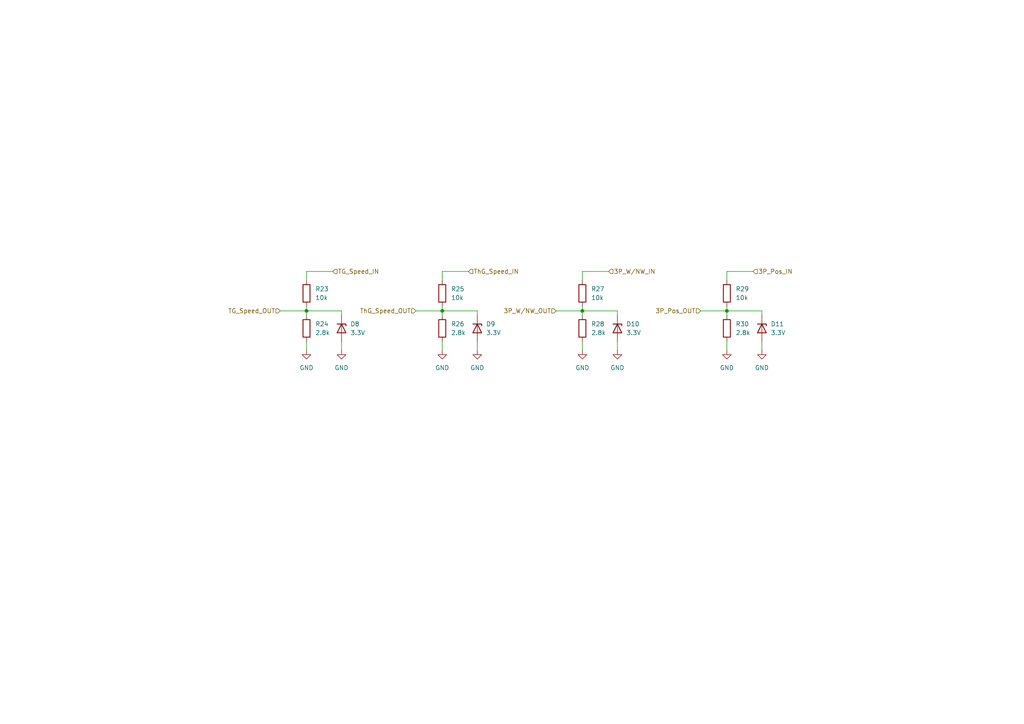
<source format=kicad_sch>
(kicad_sch (version 20250114) (generator "eeschema") (generator_version "9.0")
  (paper "A4")
  (lib_symbols
    (symbol "Device:D_Zener" (pin_numbers (hide yes)) (pin_names (offset 1.016) (hide yes))
      (property "Reference" "D" (at 0 2.54 0))
      (property "Value" "D_Zener" (at 0 -2.54 0))
      (symbol "D_Zener_0_1"
        (polyline (pts (xy -1.27 -1.27) (xy -1.27 1.27) (xy -0.762 1.27)) (stroke (width 0.254)))
        (polyline (pts (xy 1.27 0) (xy -1.27 0)))
        (polyline (pts (xy 1.27 -1.27) (xy 1.27 1.27) (xy -1.27 0) (xy 1.27 -1.27)) (stroke (width 0.254)))
      )
      (symbol "D_Zener_1_1"
        (pin passive line (at -3.81 0 0) (length 2.54) (name "K") (number "1"))
        (pin passive line (at 3.81 0 180) (length 2.54) (name "A") (number "2"))
      )
    )
    (symbol "Device:R" (pin_numbers (hide yes)) (pin_names (offset 0))
      (property "Reference" "R" (at 2.032 0 90))
      (property "Value" "R" (at 0 0 90))
      (symbol "R_0_1"
        (rectangle (start -1.016 -2.54) (end 1.016 2.54) (stroke (width 0.254)))
      )
      (symbol "R_1_1"
        (pin passive line (at 0 3.81 270) (length 1.27) (name "~") (number "1"))
        (pin passive line (at 0 -3.81 90) (length 1.27) (name "~") (number "2"))
      )
    )
    (symbol "power:GND" (power) (pin_numbers (hide yes)) (pin_names (offset 0) (hide yes))
      (property "Value" "GND" (at 0 -3.81 0))
      (symbol "GND_0_1"
        (polyline (pts (xy 0 0) (xy 0 -1.27) (xy 1.27 -1.27) (xy 0 -2.54) (xy -1.27 -1.27) (xy 0 -1.27)))
      )
      (symbol "GND_1_1"
        (pin power_in line (at 0 0 270) (length 0) (name "~") (number "1"))
      )
    )
  )
  (junction (at 210.82 90.17))
  (junction (at 128.27 90.17))
  (junction (at 168.91 90.17))
  (junction (at 88.9 90.17))
  (wire (pts (xy 88.9 99.06) (xy 88.9 101.6)))
  (wire (pts (xy 220.98 99.06) (xy 220.98 101.6)))
  (wire (pts (xy 99.06 91.44) (xy 99.06 90.17)))
  (wire (pts (xy 179.07 91.44) (xy 179.07 90.17)))
  (wire (pts (xy 128.27 81.28) (xy 128.27 78.74)))
  (wire (pts (xy 99.06 90.17) (xy 88.9 90.17)))
  (wire (pts (xy 203.2 90.17) (xy 210.82 90.17)))
  (wire (pts (xy 210.82 88.9) (xy 210.82 90.17)))
  (wire (pts (xy 161.29 90.17) (xy 168.91 90.17)))
  (wire (pts (xy 128.27 99.06) (xy 128.27 101.6)))
  (wire (pts (xy 168.91 90.17) (xy 168.91 91.44)))
  (wire (pts (xy 120.65 90.17) (xy 128.27 90.17)))
  (wire (pts (xy 179.07 90.17) (xy 168.91 90.17)))
  (wire (pts (xy 220.98 91.44) (xy 220.98 90.17)))
  (wire (pts (xy 168.91 78.74) (xy 176.53 78.74)))
  (wire (pts (xy 138.43 91.44) (xy 138.43 90.17)))
  (wire (pts (xy 128.27 88.9) (xy 128.27 90.17)))
  (wire (pts (xy 88.9 88.9) (xy 88.9 90.17)))
  (wire (pts (xy 128.27 90.17) (xy 128.27 91.44)))
  (wire (pts (xy 168.91 81.28) (xy 168.91 78.74)))
  (wire (pts (xy 168.91 99.06) (xy 168.91 101.6)))
  (wire (pts (xy 99.06 99.06) (xy 99.06 101.6)))
  (wire (pts (xy 138.43 90.17) (xy 128.27 90.17)))
  (wire (pts (xy 220.98 90.17) (xy 210.82 90.17)))
  (wire (pts (xy 138.43 99.06) (xy 138.43 101.6)))
  (wire (pts (xy 210.82 81.28) (xy 210.82 78.74)))
  (wire (pts (xy 88.9 90.17) (xy 88.9 91.44)))
  (wire (pts (xy 88.9 78.74) (xy 96.52 78.74)))
  (wire (pts (xy 88.9 81.28) (xy 88.9 78.74)))
  (wire (pts (xy 210.82 78.74) (xy 218.44 78.74)))
  (wire (pts (xy 179.07 99.06) (xy 179.07 101.6)))
  (wire (pts (xy 81.28 90.17) (xy 88.9 90.17)))
  (wire (pts (xy 128.27 78.74) (xy 135.89 78.74)))
  (wire (pts (xy 168.91 88.9) (xy 168.91 90.17)))
  (wire (pts (xy 210.82 99.06) (xy 210.82 101.6)))
  (wire (pts (xy 210.82 90.17) (xy 210.82 91.44)))
  (hierarchical_label "3P_W{slash}NW_OUT" (shape input) (at 161.29 90.17 180))
  (hierarchical_label "3P_W{slash}NW_IN" (shape input) (at 176.53 78.74 0))
  (hierarchical_label "ThG_Speed_OUT" (shape input) (at 120.65 90.17 180))
  (hierarchical_label "3P_Pos_OUT" (shape input) (at 203.2 90.17 180))
  (hierarchical_label "TG_Speed_OUT" (shape input) (at 81.28 90.17 180))
  (hierarchical_label "3P_Pos_IN" (shape input) (at 218.44 78.74 0))
  (hierarchical_label "TG_Speed_IN" (shape input) (at 96.52 78.74 0))
  (hierarchical_label "ThG_Speed_IN" (shape input) (at 135.89 78.74 0))
  (symbol (lib_id "Device:R") (at 168.91 95.25 0) (unit 1)
    (property "Reference" "R28" (at 171.45 93.9799 0) (effects (justify left)))
    (property "Value" "2.8k" (at 171.45 96.5199 0) (effects (justify left)))
    (property "Footprint" "Resistor_SMD:R_0603_1608Metric" (effects (hide yes)))
    (property "Description" "Resistor" (effects (hide yes)))
  )
  (symbol (lib_id "Device:D_Zener") (at 99.06 95.25 270) (unit 1)
    (property "Reference" "D8" (at 101.6 93.9799 90) (effects (justify left)))
    (property "Value" "3.3V" (at 101.6 96.5199 90) (effects (justify left)))
    (property "Footprint" "Samacsys:SOD2512X110N" (effects (hide yes)))
    (property "Description" "Zener diode" (effects (hide yes)))
  )
  (symbol (lib_id "Device:R") (at 210.82 85.09 0) (unit 1)
    (property "Reference" "R29" (at 213.36 83.8199 0) (effects (justify left)))
    (property "Value" "10k" (at 213.36 86.3599 0) (effects (justify left)))
    (property "Footprint" "Resistor_SMD:R_0603_1608Metric" (effects (hide yes)))
    (property "Description" "Resistor" (effects (hide yes)))
  )
  (symbol (lib_id "power:GND") (at 220.98 101.6 0) (unit 1)
    (property "Reference" "#PWR063" (effects (hide yes)))
    (property "Value" "GND" (at 220.98 106.68 0))
    (property "Description" "Power symbol creates a global label with name \"GND\" , ground" (effects (hide yes)))
  )
  (symbol (lib_id "power:GND") (at 179.07 101.6 0) (unit 1)
    (property "Reference" "#PWR061" (effects (hide yes)))
    (property "Value" "GND" (at 179.07 106.68 0))
    (property "Description" "Power symbol creates a global label with name \"GND\" , ground" (effects (hide yes)))
  )
  (symbol (lib_id "Device:D_Zener") (at 179.07 95.25 270) (unit 1)
    (property "Reference" "D10" (at 181.61 93.9799 90) (effects (justify left)))
    (property "Value" "3.3V" (at 181.61 96.5199 90) (effects (justify left)))
    (property "Footprint" "Samacsys:SOD2512X110N" (effects (hide yes)))
    (property "Description" "Zener diode" (effects (hide yes)))
  )
  (symbol (lib_id "power:GND") (at 168.91 101.6 0) (unit 1)
    (property "Reference" "#PWR060" (effects (hide yes)))
    (property "Value" "GND" (at 168.91 106.68 0))
    (property "Description" "Power symbol creates a global label with name \"GND\" , ground" (effects (hide yes)))
  )
  (symbol (lib_id "Device:R") (at 128.27 85.09 0) (unit 1)
    (property "Reference" "R25" (at 130.81 83.8199 0) (effects (justify left)))
    (property "Value" "10k" (at 130.81 86.3599 0) (effects (justify left)))
    (property "Footprint" "Resistor_SMD:R_0603_1608Metric" (effects (hide yes)))
    (property "Description" "Resistor" (effects (hide yes)))
  )
  (symbol (lib_id "Device:R") (at 128.27 95.25 0) (unit 1)
    (property "Reference" "R26" (at 130.81 93.9799 0) (effects (justify left)))
    (property "Value" "2.8k" (at 130.81 96.5199 0) (effects (justify left)))
    (property "Footprint" "Resistor_SMD:R_0603_1608Metric" (effects (hide yes)))
    (property "Description" "Resistor" (effects (hide yes)))
  )
  (symbol (lib_id "Device:D_Zener") (at 220.98 95.25 270) (unit 1)
    (property "Reference" "D11" (at 223.52 93.9799 90) (effects (justify left)))
    (property "Value" "3.3V" (at 223.52 96.5199 90) (effects (justify left)))
    (property "Footprint" "Samacsys:SOD2512X110N" (effects (hide yes)))
    (property "Description" "Zener diode" (effects (hide yes)))
  )
  (symbol (lib_id "Device:R") (at 210.82 95.25 0) (unit 1)
    (property "Reference" "R30" (at 213.36 93.9799 0) (effects (justify left)))
    (property "Value" "2.8k" (at 213.36 96.5199 0) (effects (justify left)))
    (property "Footprint" "Resistor_SMD:R_0603_1608Metric" (effects (hide yes)))
    (property "Description" "Resistor" (effects (hide yes)))
  )
  (symbol (lib_id "power:GND") (at 88.9 101.6 0) (unit 1)
    (property "Reference" "#PWR056" (effects (hide yes)))
    (property "Value" "GND" (at 88.9 106.68 0))
    (property "Description" "Power symbol creates a global label with name \"GND\" , ground" (effects (hide yes)))
  )
  (symbol (lib_id "Device:R") (at 168.91 85.09 0) (unit 1)
    (property "Reference" "R27" (at 171.45 83.8199 0) (effects (justify left)))
    (property "Value" "10k" (at 171.45 86.3599 0) (effects (justify left)))
    (property "Footprint" "Resistor_SMD:R_0603_1608Metric" (effects (hide yes)))
    (property "Description" "Resistor" (effects (hide yes)))
  )
  (symbol (lib_id "power:GND") (at 128.27 101.6 0) (unit 1)
    (property "Reference" "#PWR058" (effects (hide yes)))
    (property "Value" "GND" (at 128.27 106.68 0))
    (property "Description" "Power symbol creates a global label with name \"GND\" , ground" (effects (hide yes)))
  )
  (symbol (lib_id "Device:R") (at 88.9 85.09 0) (unit 1)
    (property "Reference" "R23" (at 91.44 83.8199 0) (effects (justify left)))
    (property "Value" "10k" (at 91.44 86.3599 0) (effects (justify left)))
    (property "Footprint" "Resistor_SMD:R_0603_1608Metric" (effects (hide yes)))
    (property "Description" "Resistor" (effects (hide yes)))
  )
  (symbol (lib_id "power:GND") (at 210.82 101.6 0) (unit 1)
    (property "Reference" "#PWR062" (effects (hide yes)))
    (property "Value" "GND" (at 210.82 106.68 0))
    (property "Description" "Power symbol creates a global label with name \"GND\" , ground" (effects (hide yes)))
  )
  (symbol (lib_id "power:GND") (at 138.43 101.6 0) (unit 1)
    (property "Reference" "#PWR059" (effects (hide yes)))
    (property "Value" "GND" (at 138.43 106.68 0))
    (property "Description" "Power symbol creates a global label with name \"GND\" , ground" (effects (hide yes)))
  )
  (symbol (lib_id "Device:D_Zener") (at 138.43 95.25 270) (unit 1)
    (property "Reference" "D9" (at 140.97 93.9799 90) (effects (justify left)))
    (property "Value" "3.3V" (at 140.97 96.5199 90) (effects (justify left)))
    (property "Footprint" "Samacsys:SOD2512X110N" (effects (hide yes)))
    (property "Description" "Zener diode" (effects (hide yes)))
  )
  (symbol (lib_id "power:GND") (at 99.06 101.6 0) (unit 1)
    (property "Reference" "#PWR057" (effects (hide yes)))
    (property "Value" "GND" (at 99.06 106.68 0))
    (property "Description" "Power symbol creates a global label with name \"GND\" , ground" (effects (hide yes)))
  )
  (symbol (lib_id "Device:R") (at 88.9 95.25 0) (unit 1)
    (property "Reference" "R24" (at 91.44 93.9799 0) (effects (justify left)))
    (property "Value" "2.8k" (at 91.44 96.5199 0) (effects (justify left)))
    (property "Footprint" "Resistor_SMD:R_0603_1608Metric" (effects (hide yes)))
    (property "Description" "Resistor" (effects (hide yes)))
  )
)
</source>
